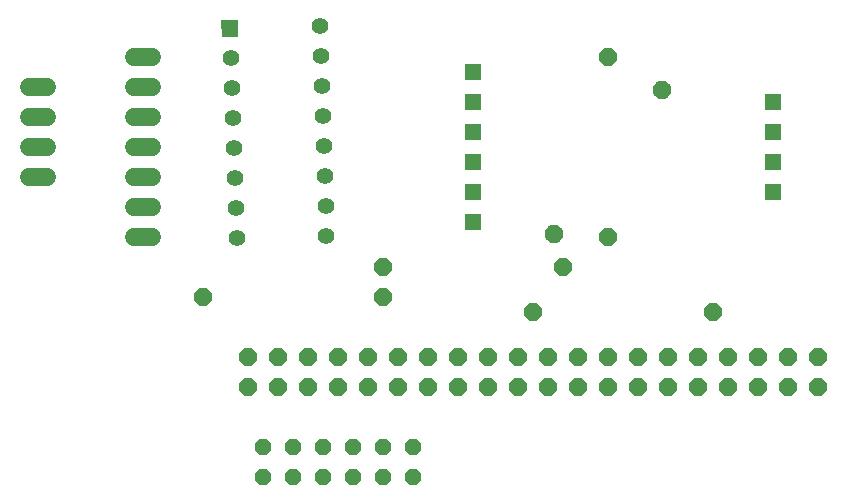
<source format=gbr>
G04 EAGLE Gerber RS-274X export*
G75*
%MOMM*%
%FSLAX34Y34*%
%LPD*%
%INTop Copper*%
%IPPOS*%
%AMOC8*
5,1,8,0,0,1.08239X$1,22.5*%
G01*
%ADD10C,1.524000*%
%ADD11P,1.539592X8X22.500000*%
%ADD12P,1.649562X8X202.500000*%
%ADD13P,1.649562X8X22.500000*%
%ADD14R,1.408000X1.408000*%
%ADD15R,1.408000X1.408000*%
%ADD16C,1.408000*%
%ADD17P,1.649562X8X75.700000*%
%ADD18P,1.649562X8X112.500000*%


D10*
X83820Y304800D02*
X68580Y304800D01*
X68580Y330200D02*
X83820Y330200D01*
X83820Y355600D02*
X68580Y355600D01*
X68580Y381000D02*
X83820Y381000D01*
X157480Y406400D02*
X172720Y406400D01*
X172720Y381000D02*
X157480Y381000D01*
X157480Y355600D02*
X172720Y355600D01*
X172720Y330200D02*
X157480Y330200D01*
X157480Y304800D02*
X172720Y304800D01*
X172720Y279400D02*
X157480Y279400D01*
X157480Y254000D02*
X172720Y254000D01*
D11*
X266700Y50800D03*
X266700Y76200D03*
X292100Y50800D03*
X292100Y76200D03*
X317500Y50800D03*
X317500Y76200D03*
X342900Y50800D03*
X342900Y76200D03*
X368300Y50800D03*
X368300Y76200D03*
X393700Y50800D03*
X393700Y76200D03*
D12*
X736600Y152400D03*
X736600Y127000D03*
X711200Y152400D03*
X711200Y127000D03*
X685800Y152400D03*
X685800Y127000D03*
X660400Y152400D03*
X660400Y127000D03*
X635000Y152400D03*
X635000Y127000D03*
X609600Y152400D03*
X609600Y127000D03*
X584200Y152400D03*
X584200Y127000D03*
X558800Y152400D03*
X558800Y127000D03*
X533400Y152400D03*
X533400Y127000D03*
X508000Y152400D03*
X508000Y127000D03*
X482600Y152400D03*
X482600Y127000D03*
X457200Y152400D03*
X457200Y127000D03*
X431800Y152400D03*
X431800Y127000D03*
X406400Y152400D03*
X406400Y127000D03*
X381000Y152400D03*
X381000Y127000D03*
X355600Y152400D03*
X355600Y127000D03*
X330200Y152400D03*
X330200Y127000D03*
X304800Y152400D03*
X304800Y127000D03*
X279400Y152400D03*
X279400Y127000D03*
X254000Y152400D03*
X254000Y127000D03*
D13*
X215900Y203200D03*
X368300Y203200D03*
D14*
X444500Y393700D03*
X444500Y368300D03*
X444500Y342900D03*
X444500Y317500D03*
X444500Y292100D03*
X444500Y266700D03*
X698500Y292100D03*
X698500Y317500D03*
X698500Y342900D03*
X698500Y368300D03*
D15*
G36*
X231711Y423302D02*
X231269Y437374D01*
X245341Y437816D01*
X245783Y423744D01*
X231711Y423302D01*
G37*
D16*
X239324Y405172D03*
X240122Y379784D03*
X240920Y354397D03*
X241718Y329010D03*
X242516Y303622D03*
X243313Y278235D03*
X244111Y252847D03*
X319476Y280628D03*
X318678Y306016D03*
X317880Y331403D03*
X317082Y356790D03*
X316284Y382178D03*
X315487Y407565D03*
X314689Y432953D03*
X320274Y255241D03*
D17*
X513154Y256484D03*
X604446Y378516D03*
D18*
X558800Y254000D03*
X558800Y406400D03*
D13*
X495300Y190500D03*
X647700Y190500D03*
D12*
X520700Y228600D03*
X368300Y228600D03*
M02*

</source>
